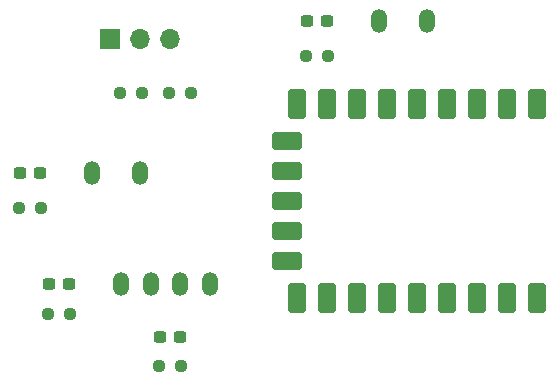
<source format=gts>
G04 #@! TF.GenerationSoftware,KiCad,Pcbnew,8.0.6*
G04 #@! TF.CreationDate,2024-12-13T00:51:39+01:00*
G04 #@! TF.ProjectId,ps2-tatacon-rp2040,7073322d-7461-4746-9163-6f6e2d727032,rev?*
G04 #@! TF.SameCoordinates,Original*
G04 #@! TF.FileFunction,Soldermask,Top*
G04 #@! TF.FilePolarity,Negative*
%FSLAX46Y46*%
G04 Gerber Fmt 4.6, Leading zero omitted, Abs format (unit mm)*
G04 Created by KiCad (PCBNEW 8.0.6) date 2024-12-13 00:51:39*
%MOMM*%
%LPD*%
G01*
G04 APERTURE LIST*
G04 Aperture macros list*
%AMRoundRect*
0 Rectangle with rounded corners*
0 $1 Rounding radius*
0 $2 $3 $4 $5 $6 $7 $8 $9 X,Y pos of 4 corners*
0 Add a 4 corners polygon primitive as box body*
4,1,4,$2,$3,$4,$5,$6,$7,$8,$9,$2,$3,0*
0 Add four circle primitives for the rounded corners*
1,1,$1+$1,$2,$3*
1,1,$1+$1,$4,$5*
1,1,$1+$1,$6,$7*
1,1,$1+$1,$8,$9*
0 Add four rect primitives between the rounded corners*
20,1,$1+$1,$2,$3,$4,$5,0*
20,1,$1+$1,$4,$5,$6,$7,0*
20,1,$1+$1,$6,$7,$8,$9,0*
20,1,$1+$1,$8,$9,$2,$3,0*%
G04 Aperture macros list end*
%ADD10RoundRect,0.237500X0.300000X0.237500X-0.300000X0.237500X-0.300000X-0.237500X0.300000X-0.237500X0*%
%ADD11RoundRect,0.237500X-0.250000X-0.237500X0.250000X-0.237500X0.250000X0.237500X-0.250000X0.237500X0*%
%ADD12O,1.350000X2.000000*%
%ADD13RoundRect,0.400000X-0.400000X0.900000X-0.400000X-0.900000X0.400000X-0.900000X0.400000X0.900000X0*%
%ADD14RoundRect,0.400050X-0.400050X0.899950X-0.400050X-0.899950X0.400050X-0.899950X0.400050X0.899950X0*%
%ADD15RoundRect,0.400000X-0.900000X0.400000X-0.900000X-0.400000X0.900000X-0.400000X0.900000X0.400000X0*%
%ADD16RoundRect,0.393700X-0.906300X0.393700X-0.906300X-0.393700X0.906300X-0.393700X0.906300X0.393700X0*%
%ADD17R,1.700000X1.700000*%
%ADD18O,1.700000X1.700000*%
%ADD19RoundRect,0.237500X0.250000X0.237500X-0.250000X0.237500X-0.250000X-0.237500X0.250000X-0.237500X0*%
G04 APERTURE END LIST*
D10*
X36712500Y-48650000D03*
X34987500Y-48650000D03*
D11*
X44337500Y-55600000D03*
X46162500Y-55600000D03*
D12*
X38700000Y-39200000D03*
X42700000Y-39200000D03*
D10*
X58562500Y-26350000D03*
X56837500Y-26350000D03*
D11*
X41037500Y-32425000D03*
X42862500Y-32425000D03*
D13*
X76300000Y-49840000D03*
X73760000Y-49840000D03*
X71220000Y-49840000D03*
X68680000Y-49840000D03*
X66140000Y-49840000D03*
D14*
X63600000Y-49840000D03*
X61060000Y-49840000D03*
X58520000Y-49840000D03*
X55980000Y-49840000D03*
D15*
X55170000Y-46700000D03*
D16*
X55170000Y-44160000D03*
X55170000Y-41620000D03*
X55170000Y-39080000D03*
X55170000Y-36540000D03*
D14*
X55980000Y-33400000D03*
X58520000Y-33400000D03*
X61060000Y-33400000D03*
X63600000Y-33400000D03*
X66140000Y-33400000D03*
X68680000Y-33400000D03*
X71220000Y-33400000D03*
X73760000Y-33400000D03*
X76300000Y-33400000D03*
D11*
X34937500Y-51150000D03*
X36762500Y-51150000D03*
D17*
X40220000Y-27900000D03*
D18*
X42760000Y-27900000D03*
X45300000Y-27900000D03*
D12*
X63000000Y-26350000D03*
X67000000Y-26350000D03*
D19*
X47012500Y-32425000D03*
X45187500Y-32425000D03*
D10*
X34262500Y-39200000D03*
X32537500Y-39200000D03*
X44387500Y-53100000D03*
X46112500Y-53100000D03*
D11*
X32487500Y-42200000D03*
X34312500Y-42200000D03*
D12*
X41150000Y-48650000D03*
X43650000Y-48650000D03*
X46150000Y-48650000D03*
X48650000Y-48650000D03*
D11*
X56787500Y-29300000D03*
X58612500Y-29300000D03*
M02*

</source>
